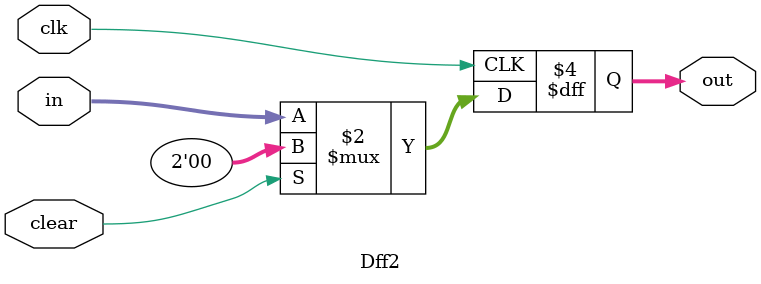
<source format=v>
module Dff2(out, clear, in, clk);
	parameter n = 2;
	input [n-1:0] in;
	input clear; // 1 is clear, 0 is not clear
	input clk;
	output reg [n-1:0] out;
initial	
	begin
		out <= 2'b00;
	end
always @(posedge clk)
	begin
		out <= clear? 2'b00 : in;
	end
endmodule


</source>
